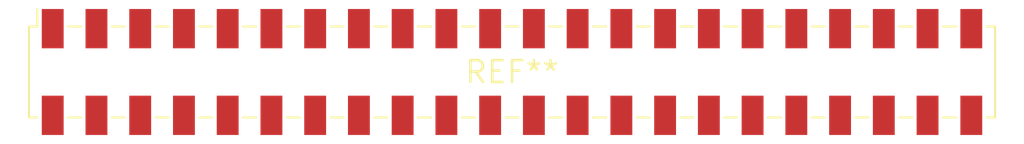
<source format=kicad_pcb>
(kicad_pcb (version 20240108) (generator pcbnew)
  (layers (0 "F.Cu" signal) (31 "B.Cu" signal) (34 "B.Paste" user) (35 "F.Paste" user) (36 "B.SilkS" user "B.Silkscreen") (37 "F.SilkS" user "F.Silkscreen") (38 "B.Mask" user) (39 "F.Mask" user) (44 "Edge.Cuts" user))
  (net 0 "")
  (footprint "Samtec_HLE-122-02-xxx-DV-LC_2x22_P2.54mm_Horizontal" (layer "F.Cu") (at 0 0)
    (property "Reference" "REF**")
    (property "Value" "Samtec_HLE-122-02-xxx-DV-LC_2x22_P2.54mm_Horizontal")
    (fp_line (start -28.05 -2.65) (end -28.05 2.65) (layer "F.SilkS") (stroke (width 0.12)))
    (fp_line (start -28.05 2.65) (end -27.565 2.65) (layer "F.SilkS") (stroke (width 0.12)))
    (fp_line (start -27.565 -3.67) (end -27.565 -2.65) (layer "F.SilkS") (stroke (width 0.12)))
    (fp_line (start -27.565 -2.65) (end -28.05 -2.65) (layer "F.SilkS") (stroke (width 0.12)))
    (fp_line (start -25.775 -2.65) (end -25.025 -2.65) (layer "F.SilkS") (stroke (width 0.12)))
    (fp_line (start -25.775 2.65) (end -25.025 2.65) (layer "F.SilkS") (stroke (width 0.12)))
    (fp_line (start -23.235 -2.65) (end -22.485 -2.65) (layer "F.SilkS") (stroke (width 0.12)))
    (fp_line (start -23.235 2.65) (end -22.485 2.65) (layer "F.SilkS") (stroke (width 0.12)))
    (fp_line (start -20.695 -2.65) (end -19.945 -2.65) (layer "F.SilkS") (stroke (width 0.12)))
    (fp_line (start -20.695 2.65) (end -19.945 2.65) (layer "F.SilkS") (stroke (width 0.12)))
    (fp_line (start -18.155 -2.65) (end -17.405 -2.65) (layer "F.SilkS") (stroke (width 0.12)))
    (fp_line (start -18.155 2.65) (end -17.405 2.65) (layer "F.SilkS") (stroke (width 0.12)))
    (fp_line (start -15.615 -2.65) (end -14.865 -2.65) (layer "F.SilkS") (stroke (width 0.12)))
    (fp_line (start -15.615 2.65) (end -14.865 2.65) (layer "F.SilkS") (stroke (width 0.12)))
    (fp_line (start -13.075 -2.65) (end -12.325 -2.65) (layer "F.SilkS") (stroke (width 0.12)))
    (fp_line (start -13.075 2.65) (end -12.325 2.65) (layer "F.SilkS") (stroke (width 0.12)))
    (fp_line (start -10.535 -2.65) (end -9.785 -2.65) (layer "F.SilkS") (stroke (width 0.12)))
    (fp_line (start -10.535 2.65) (end -9.785 2.65) (layer "F.SilkS") (stroke (width 0.12)))
    (fp_line (start -7.995 -2.65) (end -7.245 -2.65) (layer "F.SilkS") (stroke (width 0.12)))
    (fp_line (start -7.995 2.65) (end -7.245 2.65) (layer "F.SilkS") (stroke (width 0.12)))
    (fp_line (start -5.455 -2.65) (end -4.705 -2.65) (layer "F.SilkS") (stroke (width 0.12)))
    (fp_line (start -5.455 2.65) (end -4.705 2.65) (layer "F.SilkS") (stroke (width 0.12)))
    (fp_line (start -2.915 -2.65) (end -2.165 -2.65) (layer "F.SilkS") (stroke (width 0.12)))
    (fp_line (start -2.915 2.65) (end -2.165 2.65) (layer "F.SilkS") (stroke (width 0.12)))
    (fp_line (start -0.375 -2.65) (end 0.375 -2.65) (layer "F.SilkS") (stroke (width 0.12)))
    (fp_line (start -0.375 2.65) (end 0.375 2.65) (layer "F.SilkS") (stroke (width 0.12)))
    (fp_line (start 2.165 -2.65) (end 2.915 -2.65) (layer "F.SilkS") (stroke (width 0.12)))
    (fp_line (start 2.165 2.65) (end 2.915 2.65) (layer "F.SilkS") (stroke (width 0.12)))
    (fp_line (start 4.705 -2.65) (end 5.455 -2.65) (layer "F.SilkS") (stroke (width 0.12)))
    (fp_line (start 4.705 2.65) (end 5.455 2.65) (layer "F.SilkS") (stroke (width 0.12)))
    (fp_line (start 7.245 -2.65) (end 7.995 -2.65) (layer "F.SilkS") (stroke (width 0.12)))
    (fp_line (start 7.245 2.65) (end 7.995 2.65) (layer "F.SilkS") (stroke (width 0.12)))
    (fp_line (start 9.785 -2.65) (end 10.535 -2.65) (layer "F.SilkS") (stroke (width 0.12)))
    (fp_line (start 9.785 2.65) (end 10.535 2.65) (layer "F.SilkS") (stroke (width 0.12)))
    (fp_line (start 12.325 -2.65) (end 13.075 -2.65) (layer "F.SilkS") (stroke (width 0.12)))
    (fp_line (start 12.325 2.65) (end 13.075 2.65) (layer "F.SilkS") (stroke (width 0.12)))
    (fp_line (start 14.865 -2.65) (end 15.615 -2.65) (layer "F.SilkS") (stroke (width 0.12)))
    (fp_line (start 14.865 2.65) (end 15.615 2.65) (layer "F.SilkS") (stroke (width 0.12)))
    (fp_line (start 17.405 -2.65) (end 18.155 -2.65) (layer "F.SilkS") (stroke (width 0.12)))
    (fp_line (start 17.405 2.65) (end 18.155 2.65) (layer "F.SilkS") (stroke (width 0.12)))
    (fp_line (start 19.945 -2.65) (end 20.695 -2.65) (layer "F.SilkS") (stroke (width 0.12)))
    (fp_line (start 19.945 2.65) (end 20.695 2.65) (layer "F.SilkS") (stroke (width 0.12)))
    (fp_line (start 22.485 -2.65) (end 23.235 -2.65) (layer "F.SilkS") (stroke (width 0.12)))
    (fp_line (start 22.485 2.65) (end 23.235 2.65) (layer "F.SilkS") (stroke (width 0.12)))
    (fp_line (start 25.025 -2.65) (end 25.775 -2.65) (layer "F.SilkS") (stroke (width 0.12)))
    (fp_line (start 25.025 2.65) (end 25.775 2.65) (layer "F.SilkS") (stroke (width 0.12)))
    (fp_line (start 27.565 -2.65) (end 28.05 -2.65) (layer "F.SilkS") (stroke (width 0.12)))
    (fp_line (start 28.05 -2.65) (end 28.05 2.65) (layer "F.SilkS") (stroke (width 0.12)))
    (fp_line (start 28.05 2.65) (end 27.565 2.65) (layer "F.SilkS") (stroke (width 0.12)))
    (pad "" np_thru_hole circle (at -25.4 0) (size 1.19 1.19) (drill 1.19) (layers *.Cu *.Mask))
    (pad "" np_thru_hole circle (at 25.4 0) (size 1.19 1.19) (drill 1.19) (layers *.Cu *.Mask))
    (pad "1" smd rect (at -26.67 -2.525) (size 1.27 2.29) (layers "F.Cu" "F.Paste" "F.Mask"))
    (pad "2" smd rect (at -26.67 2.525) (size 1.27 2.29) (layers "F.Cu" "F.Paste" "F.Mask"))
    (pad "3" smd rect (at -24.13 -2.525) (size 1.27 2.29) (layers "F.Cu" "F.Paste" "F.Mask"))
    (pad "4" smd rect (at -24.13 2.525) (size 1.27 2.29) (layers "F.Cu" "F.Paste" "F.Mask"))
    (pad "5" smd rect (at -21.59 -2.525) (size 1.27 2.29) (layers "F.Cu" "F.Paste" "F.Mask"))
    (pad "6" smd rect (at -21.59 2.525) (size 1.27 2.29) (layers "F.Cu" "F.Paste" "F.Mask"))
    (pad "7" smd rect (at -19.05 -2.525) (size 1.27 2.29) (layers "F.Cu" "F.Paste" "F.Mask"))
    (pad "8" smd rect (at -19.05 2.525) (size 1.27 2.29) (layers "F.Cu" "F.Paste" "F.Mask"))
    (pad "9" smd rect (at -16.51 -2.525) (size 1.27 2.29) (layers "F.Cu" "F.Paste" "F.Mask"))
    (pad "10" smd rect (at -16.51 2.525) (size 1.27 2.29) (layers "F.Cu" "F.Paste" "F.Mask"))
    (pad "11" smd rect (at -13.97 -2.525) (size 1.27 2.29) (layers "F.Cu" "F.Paste" "F.Mask"))
    (pad "12" smd rect (at -13.97 2.525) (size 1.27 2.29) (layers "F.Cu" "F.Paste" "F.Mask"))
    (pad "13" smd rect (at -11.43 -2.525) (size 1.27 2.29) (layers "F.Cu" "F.Paste" "F.Mask"))
    (pad "14" smd rect (at -11.43 2.525) (size 1.27 2.29) (layers "F.Cu" "F.Paste" "F.Mask"))
    (pad "15" smd rect (at -8.89 -2.525) (size 1.27 2.29) (layers "F.Cu" "F.Paste" "F.Mask"))
    (pad "16" smd rect (at -8.89 2.525) (size 1.27 2.29) (layers "F.Cu" "F.Paste" "F.Mask"))
    (pad "17" smd rect (at -6.35 -2.525) (size 1.27 2.29) (layers "F.Cu" "F.Paste" "F.Mask"))
    (pad "18" smd rect (at -6.35 2.525) (size 1.27 2.29) (layers "F.Cu" "F.Paste" "F.Mask"))
    (pad "19" smd rect (at -3.81 -2.525) (size 1.27 2.29) (layers "F.Cu" "F.Paste" "F.Mask"))
    (pad "20" smd rect (at -3.81 2.525) (size 1.27 2.29) (layers "F.Cu" "F.Paste" "F.Mask"))
    (pad "21" smd rect (at -1.27 -2.525) (size 1.27 2.29) (layers "F.Cu" "F.Paste" "F.Mask"))
    (pad "22" smd rect (at -1.27 2.525) (size 1.27 2.29) (layers "F.Cu" "F.Paste" "F.Mask"))
    (pad "23" smd rect (at 1.27 -2.525) (size 1.27 2.29) (layers "F.Cu" "F.Paste" "F.Mask"))
    (pad "24" smd rect (at 1.27 2.525) (size 1.27 2.29) (layers "F.Cu" "F.Paste" "F.Mask"))
    (pad "25" smd rect (at 3.81 -2.525) (size 1.27 2.29) (layers "F.Cu" "F.Paste" "F.Mask"))
    (pad "26" smd rect (at 3.81 2.525) (size 1.27 2.29) (layers "F.Cu" "F.Paste" "F.Mask"))
    (pad "27" smd rect (at 6.35 -2.525) (size 1.27 2.29) (layers "F.Cu" "F.Paste" "F.Mask"))
    (pad "28" smd rect (at 6.35 2.525) (size 1.27 2.29) (layers "F.Cu" "F.Paste" "F.Mask"))
    (pad "29" smd rect (at 8.89 -2.525) (size 1.27 2.29) (layers "F.Cu" "F.Paste" "F.Mask"))
    (pad "30" smd rect (at 8.89 2.525) (size 1.27 2.29) (layers "F.Cu" "F.Paste" "F.Mask"))
    (pad "31" smd rect (at 11.43 -2.525) (size 1.27 2.29) (layers "F.Cu" "F.Paste" "F.Mask"))
    (pad "32" smd rect (at 11.43 2.525) (size 1.27 2.29) (layers "F.Cu" "F.Paste" "F.Mask"))
    (pad "33" smd rect (at 13.97 -2.525) (size 1.27 2.29) (layers "F.Cu" "F.Paste" "F.Mask"))
    (pad "34" smd rect (at 13.97 2.525) (size 1.27 2.29) (layers "F.Cu" "F.Paste" "F.Mask"))
    (pad "35" smd rect (at 16.51 -2.525) (size 1.27 2.29) (layers "F.Cu" "F.Paste" "F.Mask"))
    (pad "36" smd rect (at 16.51 2.525) (size 1.27 2.29) (layers "F.Cu" "F.Paste" "F.Mask"))
    (pad "37" smd rect (at 19.05 -2.525) (size 1.27 2.29) (layers "F.Cu" "F.Paste" "F.Mask"))
    (pad "38" smd rect (at 19.05 2.525) (size 1.27 2.29) (layers "F.Cu" "F.Paste" "F.Mask"))
    (pad "39" smd rect (at 21.59 -2.525) (size 1.27 2.29) (layers "F.Cu" "F.Paste" "F.Mask"))
    (pad "40" smd rect (at 21.59 2.525) (size 1.27 2.29) (layers "F.Cu" "F.Paste" "F.Mask"))
    (pad "41" smd rect (at 24.13 -2.525) (size 1.27 2.29) (layers "F.Cu" "F.Paste" "F.Mask"))
    (pad "42" smd rect (at 24.13 2.525) (size 1.27 2.29) (layers "F.Cu" "F.Paste" "F.Mask"))
    (pad "43" smd rect (at 26.67 -2.525) (size 1.27 2.29) (layers "F.Cu" "F.Paste" "F.Mask"))
    (pad "44" smd rect (at 26.67 2.525) (size 1.27 2.29) (layers "F.Cu" "F.Paste" "F.Mask"))
  )
)
</source>
